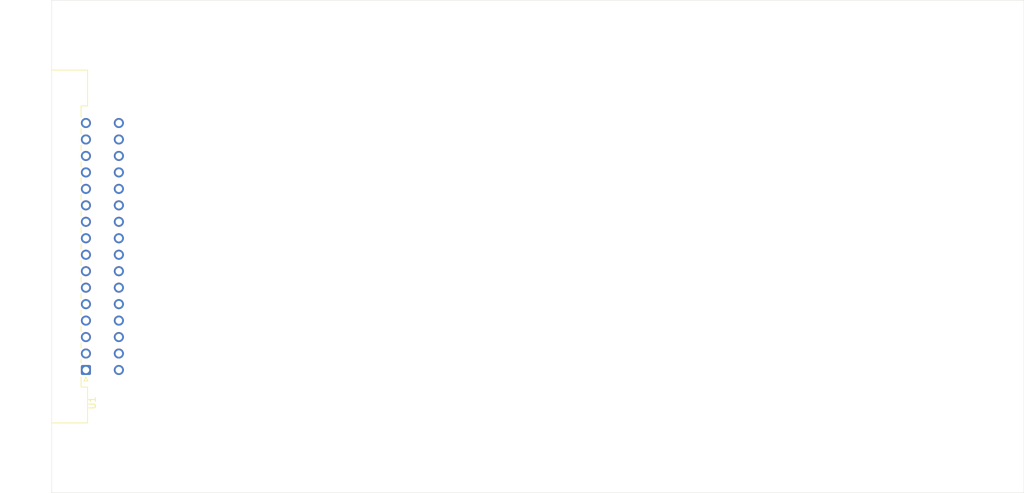
<source format=kicad_pcb>
(kicad_pcb (version 20171130) (host pcbnew 5.99.0+really5.1.10+dfsg1-1)

  (general
    (thickness 1.6)
    (drawings 4)
    (tracks 0)
    (zones 0)
    (modules 1)
    (nets 1)
  )

  (page A4)
  (layers
    (0 F.Cu signal)
    (31 B.Cu signal)
    (32 B.Adhes user)
    (33 F.Adhes user)
    (34 B.Paste user)
    (35 F.Paste user)
    (36 B.SilkS user)
    (37 F.SilkS user)
    (38 B.Mask user)
    (39 F.Mask user)
    (40 Dwgs.User user)
    (41 Cmts.User user)
    (42 Eco1.User user)
    (43 Eco2.User user)
    (44 Edge.Cuts user)
    (45 Margin user)
    (46 B.CrtYd user)
    (47 F.CrtYd user)
    (48 B.Fab user)
    (49 F.Fab user)
  )

  (setup
    (last_trace_width 0.25)
    (trace_clearance 0.2)
    (zone_clearance 0.508)
    (zone_45_only no)
    (trace_min 0.2)
    (via_size 0.8)
    (via_drill 0.4)
    (via_min_size 0.4)
    (via_min_drill 0.3)
    (uvia_size 0.3)
    (uvia_drill 0.1)
    (uvias_allowed no)
    (uvia_min_size 0.2)
    (uvia_min_drill 0.1)
    (edge_width 0.05)
    (segment_width 0.2)
    (pcb_text_width 0.3)
    (pcb_text_size 1.5 1.5)
    (mod_edge_width 0.12)
    (mod_text_size 1 1)
    (mod_text_width 0.15)
    (pad_size 1.524 1.524)
    (pad_drill 0.762)
    (pad_to_mask_clearance 0)
    (aux_axis_origin 0 0)
    (visible_elements FFFFFF7F)
    (pcbplotparams
      (layerselection 0x010fc_ffffffff)
      (usegerberextensions false)
      (usegerberattributes true)
      (usegerberadvancedattributes true)
      (creategerberjobfile true)
      (excludeedgelayer true)
      (linewidth 0.100000)
      (plotframeref false)
      (viasonmask false)
      (mode 1)
      (useauxorigin false)
      (hpglpennumber 1)
      (hpglpenspeed 20)
      (hpglpendiameter 15.000000)
      (psnegative false)
      (psa4output false)
      (plotreference true)
      (plotvalue true)
      (plotinvisibletext false)
      (padsonsilk false)
      (subtractmaskfromsilk false)
      (outputformat 1)
      (mirror false)
      (drillshape 1)
      (scaleselection 1)
      (outputdirectory ""))
  )

  (net 0 "")

  (net_class Default "This is the default net class."
    (clearance 0.2)
    (trace_width 0.25)
    (via_dia 0.8)
    (via_drill 0.4)
    (uvia_dia 0.3)
    (uvia_drill 0.1)
    (add_net "Net-(U1-Pada1)")
    (add_net "Net-(U1-Pada10)")
    (add_net "Net-(U1-Pada11)")
    (add_net "Net-(U1-Pada12)")
    (add_net "Net-(U1-Pada13)")
    (add_net "Net-(U1-Pada14)")
    (add_net "Net-(U1-Pada15)")
    (add_net "Net-(U1-Pada16)")
    (add_net "Net-(U1-Pada2)")
    (add_net "Net-(U1-Pada3)")
    (add_net "Net-(U1-Pada4)")
    (add_net "Net-(U1-Pada5)")
    (add_net "Net-(U1-Pada6)")
    (add_net "Net-(U1-Pada7)")
    (add_net "Net-(U1-Pada8)")
    (add_net "Net-(U1-Pada9)")
    (add_net "Net-(U1-Padc1)")
    (add_net "Net-(U1-Padc10)")
    (add_net "Net-(U1-Padc11)")
    (add_net "Net-(U1-Padc12)")
    (add_net "Net-(U1-Padc13)")
    (add_net "Net-(U1-Padc14)")
    (add_net "Net-(U1-Padc15)")
    (add_net "Net-(U1-Padc16)")
    (add_net "Net-(U1-Padc2)")
    (add_net "Net-(U1-Padc3)")
    (add_net "Net-(U1-Padc4)")
    (add_net "Net-(U1-Padc5)")
    (add_net "Net-(U1-Padc6)")
    (add_net "Net-(U1-Padc7)")
    (add_net "Net-(U1-Padc8)")
    (add_net "Net-(U1-Padc9)")
  )

  (module Kicad_Library:DIN41612_C2_2x16_Male_Horizontal_THT (layer F.Cu) (tedit 61A26AC4) (tstamp 61A56E0E)
    (at 45.3 97.05 90)
    (descr "DIN41612 connector, type C/2, Horizontal, 3 rows 16 pins wide, https://www.erni-x-press.com/de/downloads/kataloge/englische_kataloge/erni-din41612-iec60603-2-e.pdf")
    (tags "DIN 41612 IEC 60603 C/2")
    (path /61A5534C)
    (fp_text reference U1 (at -5.08 1 90) (layer F.SilkS)
      (effects (font (size 1 1) (thickness 0.15)))
    )
    (fp_text value 86094327313755ELF (at 19.05 7.62 90) (layer F.Fab)
      (effects (font (size 1 1) (thickness 0.15)))
    )
    (fp_text user %R (at 19.05 -2.54 90) (layer F.Fab)
      (effects (font (size 1 1) (thickness 0.15)))
    )
    (fp_text user "Board edge" (at 19.05 -7.3 90) (layer Cmts.User)
      (effects (font (size 0.7 0.7) (thickness 0.1)))
    )
    (fp_line (start 19.05 -5.4) (end 19.05 -6.7) (layer Cmts.User) (width 0.1))
    (fp_line (start 19.05 -5.4) (end 19.25 -5.9) (layer Cmts.User) (width 0.1))
    (fp_line (start 18.85 -5.9) (end 19.05 -5.4) (layer Cmts.User) (width 0.1))
    (fp_line (start -7.9 -5.3) (end 46 -5.3) (layer Dwgs.User) (width 0.08))
    (fp_line (start 46.5 -13.23) (end -8.39 -13.23) (layer F.CrtYd) (width 0.05))
    (fp_line (start 46.5 0.5) (end 46.5 -13.23) (layer F.CrtYd) (width 0.05))
    (fp_line (start 39.38 0.5) (end 46.5 0.5) (layer F.CrtYd) (width 0.05))
    (fp_line (start 39.38 6.36) (end 39.38 0.5) (layer F.CrtYd) (width 0.05))
    (fp_line (start -1.27 6.36) (end 39.38 6.36) (layer F.CrtYd) (width 0.05))
    (fp_line (start -1.27 0.5) (end -1.27 6.36) (layer F.CrtYd) (width 0.05))
    (fp_line (start -8.39 0.5) (end -1.27 0.5) (layer F.CrtYd) (width 0.05))
    (fp_line (start -8.39 -13.23) (end -8.39 0.5) (layer F.CrtYd) (width 0.05))
    (fp_line (start 0.5 -1.9) (end 0 -1.2) (layer F.Fab) (width 0.1))
    (fp_line (start -0.5 -1.9) (end 0.5 -1.9) (layer F.Fab) (width 0.1))
    (fp_line (start 0 -1.2) (end -0.5 -1.9) (layer F.Fab) (width 0.1))
    (fp_line (start -1.695 0.3) (end -1.095 0) (layer F.SilkS) (width 0.12))
    (fp_line (start -1.695 -0.3) (end -1.695 0.3) (layer F.SilkS) (width 0.12))
    (fp_line (start -1.095 0) (end -1.695 -0.3) (layer F.SilkS) (width 0.12))
    (fp_line (start 38.97 -0.74) (end 40.74 -0.74) (layer F.SilkS) (width 0.12))
    (fp_line (start 36.43 -0.74) (end 37.231 -0.74) (layer F.SilkS) (width 0.12))
    (fp_line (start 33.89 -0.74) (end 34.691 -0.74) (layer F.SilkS) (width 0.12))
    (fp_line (start 31.35 -0.74) (end 32.151 -0.74) (layer F.SilkS) (width 0.12))
    (fp_line (start 28.81 -0.74) (end 29.611 -0.74) (layer F.SilkS) (width 0.12))
    (fp_line (start 26.27 -0.74) (end 27.071 -0.74) (layer F.SilkS) (width 0.12))
    (fp_line (start 23.73 -0.74) (end 24.531 -0.74) (layer F.SilkS) (width 0.12))
    (fp_line (start 21.19 -0.74) (end 21.991 -0.74) (layer F.SilkS) (width 0.12))
    (fp_line (start 18.65 -0.74) (end 19.451 -0.74) (layer F.SilkS) (width 0.12))
    (fp_line (start 16.11 -0.74) (end 16.911 -0.74) (layer F.SilkS) (width 0.12))
    (fp_line (start 13.57 -0.74) (end 14.371 -0.74) (layer F.SilkS) (width 0.12))
    (fp_line (start 11.03 -0.74) (end 11.831 -0.74) (layer F.SilkS) (width 0.12))
    (fp_line (start 8.49 -0.74) (end 9.291 -0.74) (layer F.SilkS) (width 0.12))
    (fp_line (start 5.95 -0.74) (end 6.751 -0.74) (layer F.SilkS) (width 0.12))
    (fp_line (start 3.41 -0.74) (end 4.211 -0.74) (layer F.SilkS) (width 0.12))
    (fp_line (start 1.095 -0.74) (end 1.671 -0.74) (layer F.SilkS) (width 0.12))
    (fp_line (start -2.64 -0.74) (end -1.095 -0.74) (layer F.SilkS) (width 0.12))
    (fp_line (start 40.74 0.26) (end 40.74 -0.74) (layer F.SilkS) (width 0.12))
    (fp_line (start 46.26 0.26) (end 40.74 0.26) (layer F.SilkS) (width 0.12))
    (fp_line (start 46.26 -5.3) (end 46.26 0.26) (layer F.SilkS) (width 0.12))
    (fp_line (start -2.64 0.26) (end -2.64 -0.74) (layer F.SilkS) (width 0.12))
    (fp_line (start -8.16 0.26) (end -2.64 0.26) (layer F.SilkS) (width 0.12))
    (fp_line (start -8.16 -5.3) (end -8.16 0.26) (layer F.SilkS) (width 0.12))
    (fp_line (start 42.55 -12.74) (end -4.45 -12.74) (layer F.Fab) (width 0.1))
    (fp_line (start 42.55 -6.74) (end 42.55 -12.74) (layer F.Fab) (width 0.1))
    (fp_line (start 46 -6.74) (end 42.55 -6.74) (layer F.Fab) (width 0.1))
    (fp_line (start 46 0) (end 46 -6.74) (layer F.Fab) (width 0.1))
    (fp_line (start 41 0) (end 46 0) (layer F.Fab) (width 0.1))
    (fp_line (start 41 -1) (end 41 0) (layer F.Fab) (width 0.1))
    (fp_line (start -2.9 -1) (end 41 -1) (layer F.Fab) (width 0.1))
    (fp_line (start -2.9 0) (end -2.9 -1) (layer F.Fab) (width 0.1))
    (fp_line (start -7.9 0) (end -2.9 0) (layer F.Fab) (width 0.1))
    (fp_line (start -7.9 -6.74) (end -7.9 0) (layer F.Fab) (width 0.1))
    (fp_line (start -4.45 -6.74) (end -7.9 -6.74) (layer F.Fab) (width 0.1))
    (fp_line (start -4.45 -12.74) (end -4.45 -6.74) (layer F.Fab) (width 0.1))
    (pad "" np_thru_hole circle (at -5.08 -2.54 90) (size 2.85 2.85) (drill 2.85) (layers *.Cu *.Mask))
    (pad "" np_thru_hole circle (at 43.18 -2.54 90) (size 2.85 2.85) (drill 2.85) (layers *.Cu *.Mask))
    (pad a1 thru_hole roundrect (at 0 0 90) (size 1.55 1.55) (drill 1) (layers *.Cu *.Mask) (roundrect_rratio 0.16129))
    (pad a2 thru_hole circle (at 2.54 0 90) (size 1.55 1.55) (drill 1) (layers *.Cu *.Mask))
    (pad a3 thru_hole circle (at 5.08 0 90) (size 1.55 1.55) (drill 1) (layers *.Cu *.Mask))
    (pad a4 thru_hole circle (at 7.62 0 90) (size 1.55 1.55) (drill 1) (layers *.Cu *.Mask))
    (pad a5 thru_hole circle (at 10.16 0 90) (size 1.55 1.55) (drill 1) (layers *.Cu *.Mask))
    (pad a6 thru_hole circle (at 12.7 0 90) (size 1.55 1.55) (drill 1) (layers *.Cu *.Mask))
    (pad a7 thru_hole circle (at 15.24 0 90) (size 1.55 1.55) (drill 1) (layers *.Cu *.Mask))
    (pad a8 thru_hole circle (at 17.78 0 90) (size 1.55 1.55) (drill 1) (layers *.Cu *.Mask))
    (pad a9 thru_hole circle (at 20.32 0 90) (size 1.55 1.55) (drill 1) (layers *.Cu *.Mask))
    (pad a10 thru_hole circle (at 22.86 0 90) (size 1.55 1.55) (drill 1) (layers *.Cu *.Mask))
    (pad a11 thru_hole circle (at 25.4 0 90) (size 1.55 1.55) (drill 1) (layers *.Cu *.Mask))
    (pad a12 thru_hole circle (at 27.94 0 90) (size 1.55 1.55) (drill 1) (layers *.Cu *.Mask))
    (pad a13 thru_hole circle (at 30.48 0 90) (size 1.55 1.55) (drill 1) (layers *.Cu *.Mask))
    (pad a14 thru_hole circle (at 33.02 0 90) (size 1.55 1.55) (drill 1) (layers *.Cu *.Mask))
    (pad a15 thru_hole circle (at 35.56 0 90) (size 1.55 1.55) (drill 1) (layers *.Cu *.Mask))
    (pad a16 thru_hole circle (at 38.1 0 90) (size 1.55 1.55) (drill 1) (layers *.Cu *.Mask))
    (pad c1 thru_hole circle (at 0 5.08 90) (size 1.55 1.55) (drill 1) (layers *.Cu *.Mask))
    (pad c2 thru_hole circle (at 2.54 5.08 90) (size 1.55 1.55) (drill 1) (layers *.Cu *.Mask))
    (pad c3 thru_hole circle (at 5.08 5.08 90) (size 1.55 1.55) (drill 1) (layers *.Cu *.Mask))
    (pad c4 thru_hole circle (at 7.62 5.08 90) (size 1.55 1.55) (drill 1) (layers *.Cu *.Mask))
    (pad c5 thru_hole circle (at 10.16 5.08 90) (size 1.55 1.55) (drill 1) (layers *.Cu *.Mask))
    (pad c6 thru_hole circle (at 12.7 5.08 90) (size 1.55 1.55) (drill 1) (layers *.Cu *.Mask))
    (pad c7 thru_hole circle (at 15.24 5.08 90) (size 1.55 1.55) (drill 1) (layers *.Cu *.Mask))
    (pad c8 thru_hole circle (at 17.78 5.08 90) (size 1.55 1.55) (drill 1) (layers *.Cu *.Mask))
    (pad c9 thru_hole circle (at 20.32 5.08 90) (size 1.55 1.55) (drill 1) (layers *.Cu *.Mask))
    (pad c10 thru_hole circle (at 22.86 5.08 90) (size 1.55 1.55) (drill 1) (layers *.Cu *.Mask))
    (pad c11 thru_hole circle (at 25.4 5.08 90) (size 1.55 1.55) (drill 1) (layers *.Cu *.Mask))
    (pad c12 thru_hole circle (at 27.94 5.08 90) (size 1.55 1.55) (drill 1) (layers *.Cu *.Mask))
    (pad c13 thru_hole circle (at 30.48 5.08 90) (size 1.55 1.55) (drill 1) (layers *.Cu *.Mask))
    (pad c14 thru_hole circle (at 33.02 5.08 90) (size 1.55 1.55) (drill 1) (layers *.Cu *.Mask))
    (pad c15 thru_hole circle (at 35.56 5.08 90) (size 1.55 1.55) (drill 1) (layers *.Cu *.Mask))
    (pad c16 thru_hole circle (at 38.1 5.08 90) (size 1.55 1.55) (drill 1) (layers *.Cu *.Mask))
    (model ${KICUSTOM3DMOD}/86094327313755ELF.stp
      (offset (xyz 43.45 15 10.8))
      (scale (xyz 1 1 1))
      (rotate (xyz 0 0 180))
    )
  )

  (gr_line (start 190 40) (end 40 40) (layer Edge.Cuts) (width 0.05) (tstamp 61A5002A))
  (gr_line (start 190 116) (end 190 40) (layer Edge.Cuts) (width 0.05))
  (gr_line (start 40 116) (end 190 116) (layer Edge.Cuts) (width 0.05))
  (gr_line (start 40 40) (end 40 116) (layer Edge.Cuts) (width 0.05))

)

</source>
